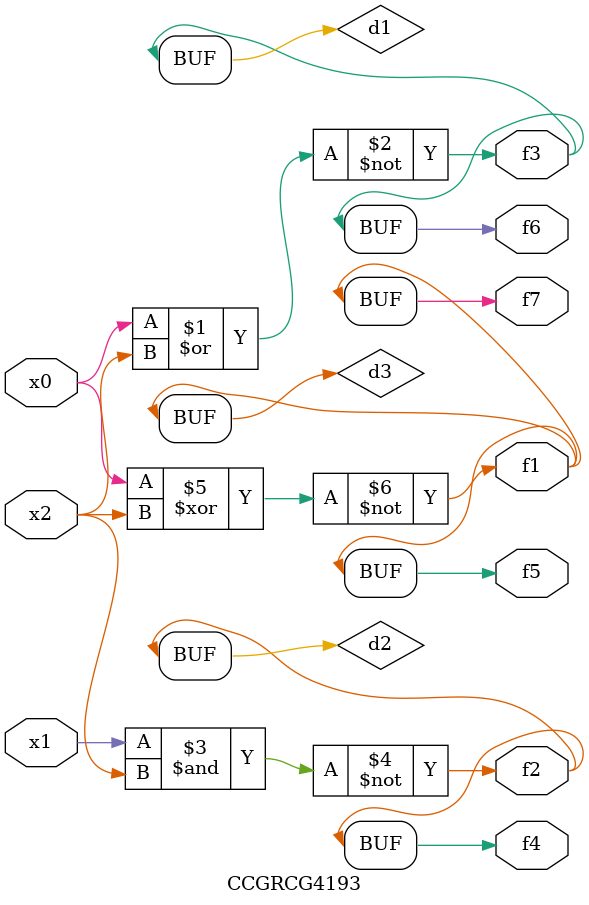
<source format=v>
module CCGRCG4193(
	input x0, x1, x2,
	output f1, f2, f3, f4, f5, f6, f7
);

	wire d1, d2, d3;

	nor (d1, x0, x2);
	nand (d2, x1, x2);
	xnor (d3, x0, x2);
	assign f1 = d3;
	assign f2 = d2;
	assign f3 = d1;
	assign f4 = d2;
	assign f5 = d3;
	assign f6 = d1;
	assign f7 = d3;
endmodule

</source>
